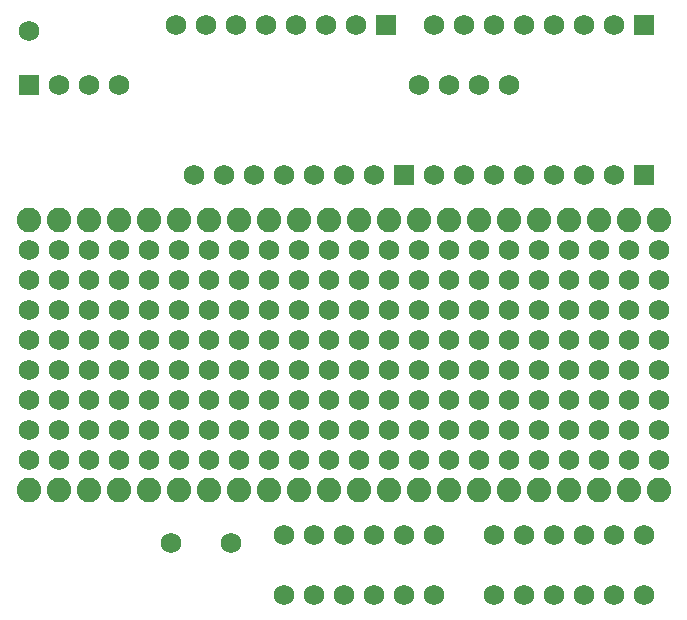
<source format=gbs>
G75*
G70*
%OFA0B0*%
%FSLAX24Y24*%
%IPPOS*%
%LPD*%
%AMOC8*
5,1,8,0,0,1.08239X$1,22.5*
%
%ADD10C,0.0680*%
%ADD11R,0.0680X0.0680*%
%ADD12C,0.0820*%
D10*
X005952Y003304D03*
X007952Y003304D03*
X009702Y003554D03*
X010702Y003554D03*
X011702Y003554D03*
X012702Y003554D03*
X013702Y003554D03*
X014702Y003554D03*
X016702Y003554D03*
X017702Y003554D03*
X018702Y003554D03*
X019702Y003554D03*
X020702Y003554D03*
X021702Y003554D03*
X021702Y001554D03*
X020702Y001554D03*
X019702Y001554D03*
X018702Y001554D03*
X017702Y001554D03*
X016702Y001554D03*
X014702Y001554D03*
X013702Y001554D03*
X012702Y001554D03*
X011702Y001554D03*
X010702Y001554D03*
X009702Y001554D03*
X010202Y006054D03*
X011202Y006054D03*
X012202Y006054D03*
X013202Y006054D03*
X013202Y007054D03*
X012202Y007054D03*
X011202Y007054D03*
X010202Y007054D03*
X009202Y007054D03*
X009202Y006054D03*
X008202Y006054D03*
X008202Y007054D03*
X008202Y008054D03*
X009202Y008054D03*
X010202Y008054D03*
X011202Y008054D03*
X012202Y008054D03*
X013202Y008054D03*
X013202Y009054D03*
X012202Y009054D03*
X011202Y009054D03*
X010202Y009054D03*
X009202Y009054D03*
X008202Y009054D03*
X008202Y010054D03*
X009202Y010054D03*
X010202Y010054D03*
X011202Y010054D03*
X012202Y010054D03*
X013202Y010054D03*
X013202Y011054D03*
X012202Y011054D03*
X011202Y011054D03*
X010202Y011054D03*
X009202Y011054D03*
X008202Y011054D03*
X008202Y012054D03*
X009202Y012054D03*
X010202Y012054D03*
X011202Y012054D03*
X012202Y012054D03*
X013202Y012054D03*
X014202Y012054D03*
X015202Y012054D03*
X016202Y012054D03*
X017202Y012054D03*
X018202Y012054D03*
X019202Y012054D03*
X020202Y012054D03*
X021202Y012054D03*
X022202Y012054D03*
X022202Y011054D03*
X022202Y010054D03*
X021202Y010054D03*
X021202Y011054D03*
X020202Y011054D03*
X020202Y010054D03*
X019202Y010054D03*
X019202Y011054D03*
X018202Y011054D03*
X018202Y010054D03*
X017202Y010054D03*
X017202Y011054D03*
X016202Y011054D03*
X016202Y010054D03*
X015202Y010054D03*
X015202Y011054D03*
X014202Y011054D03*
X014202Y010054D03*
X014202Y009054D03*
X015202Y009054D03*
X016202Y009054D03*
X017202Y009054D03*
X018202Y009054D03*
X019202Y009054D03*
X020202Y009054D03*
X020202Y008054D03*
X019202Y008054D03*
X018202Y008054D03*
X017202Y008054D03*
X016202Y008054D03*
X015202Y008054D03*
X014202Y008054D03*
X014202Y007054D03*
X015202Y007054D03*
X016202Y007054D03*
X017202Y007054D03*
X018202Y007054D03*
X019202Y007054D03*
X020202Y007054D03*
X020202Y006054D03*
X019202Y006054D03*
X018202Y006054D03*
X017202Y006054D03*
X016202Y006054D03*
X015202Y006054D03*
X014202Y006054D03*
X021202Y006054D03*
X022202Y006054D03*
X022202Y007054D03*
X021202Y007054D03*
X021202Y008054D03*
X022202Y008054D03*
X022202Y009054D03*
X021202Y009054D03*
X021202Y013054D03*
X022202Y013054D03*
X020202Y013054D03*
X019202Y013054D03*
X018202Y013054D03*
X017202Y013054D03*
X016202Y013054D03*
X015202Y013054D03*
X014202Y013054D03*
X013202Y013054D03*
X012202Y013054D03*
X011202Y013054D03*
X010202Y013054D03*
X009202Y013054D03*
X008202Y013054D03*
X007202Y013054D03*
X006202Y013054D03*
X005202Y013054D03*
X004202Y013054D03*
X003202Y013054D03*
X002202Y013054D03*
X002202Y012054D03*
X003202Y012054D03*
X004202Y012054D03*
X005202Y012054D03*
X006202Y012054D03*
X007202Y012054D03*
X007202Y011054D03*
X007202Y010054D03*
X006202Y010054D03*
X006202Y011054D03*
X005202Y011054D03*
X005202Y010054D03*
X004202Y010054D03*
X004202Y011054D03*
X003202Y011054D03*
X003202Y010054D03*
X002202Y010054D03*
X002202Y011054D03*
X001202Y011054D03*
X001202Y010054D03*
X001202Y009054D03*
X001202Y008054D03*
X002202Y008054D03*
X003202Y008054D03*
X004202Y008054D03*
X005202Y008054D03*
X006202Y008054D03*
X007202Y008054D03*
X007202Y009054D03*
X006202Y009054D03*
X005202Y009054D03*
X004202Y009054D03*
X003202Y009054D03*
X002202Y009054D03*
X002202Y007054D03*
X003202Y007054D03*
X004202Y007054D03*
X005202Y007054D03*
X006202Y007054D03*
X007202Y007054D03*
X007202Y006054D03*
X006202Y006054D03*
X005202Y006054D03*
X004202Y006054D03*
X003202Y006054D03*
X002202Y006054D03*
X001202Y006054D03*
X001202Y007054D03*
X001202Y012054D03*
X001202Y013054D03*
X006702Y015554D03*
X007702Y015554D03*
X008702Y015554D03*
X009702Y015554D03*
X010702Y015554D03*
X011702Y015554D03*
X012702Y015554D03*
X014702Y015554D03*
X015702Y015554D03*
X016702Y015554D03*
X017702Y015554D03*
X018702Y015554D03*
X019702Y015554D03*
X020702Y015554D03*
X017202Y018554D03*
X016202Y018554D03*
X015202Y018554D03*
X014202Y018554D03*
X014702Y020554D03*
X015702Y020554D03*
X016702Y020554D03*
X017702Y020554D03*
X018702Y020554D03*
X019702Y020554D03*
X020702Y020554D03*
X012102Y020554D03*
X011102Y020554D03*
X010102Y020554D03*
X009102Y020554D03*
X008102Y020554D03*
X007102Y020554D03*
X006102Y020554D03*
X004202Y018554D03*
X003202Y018554D03*
X002202Y018554D03*
X001202Y020354D03*
D11*
X001202Y018554D03*
X013102Y020554D03*
X013702Y015554D03*
X021702Y015554D03*
X021702Y020554D03*
D12*
X001202Y005054D03*
X002202Y005054D03*
X003202Y005054D03*
X004202Y005054D03*
X005202Y005054D03*
X006202Y005054D03*
X007202Y005054D03*
X008202Y005054D03*
X009202Y005054D03*
X010202Y005054D03*
X011202Y005054D03*
X012202Y005054D03*
X013202Y005054D03*
X014202Y005054D03*
X015202Y005054D03*
X016202Y005054D03*
X017202Y005054D03*
X018202Y005054D03*
X019202Y005054D03*
X020202Y005054D03*
X021202Y005054D03*
X022202Y005054D03*
X022202Y014054D03*
X021202Y014054D03*
X020202Y014054D03*
X019202Y014054D03*
X018202Y014054D03*
X017202Y014054D03*
X016202Y014054D03*
X015202Y014054D03*
X014202Y014054D03*
X013202Y014054D03*
X012202Y014054D03*
X011202Y014054D03*
X010202Y014054D03*
X009202Y014054D03*
X008202Y014054D03*
X007202Y014054D03*
X006202Y014054D03*
X005202Y014054D03*
X004202Y014054D03*
X003202Y014054D03*
X002202Y014054D03*
X001202Y014054D03*
M02*

</source>
